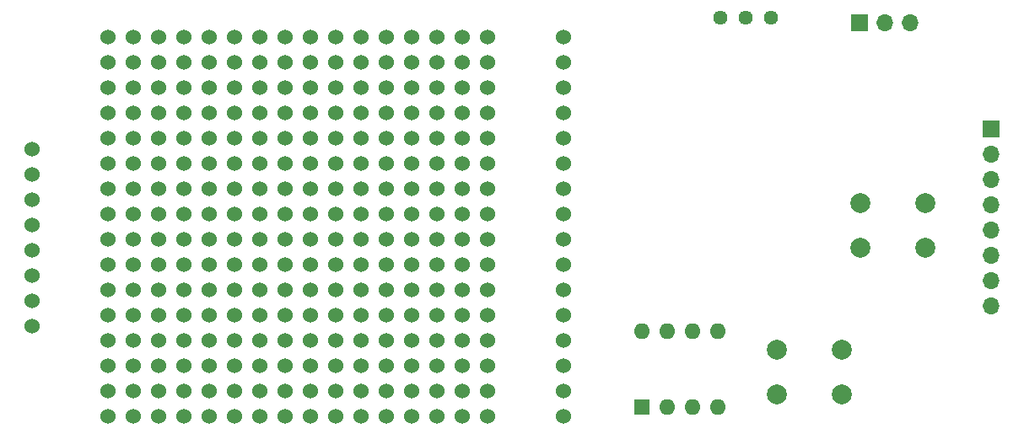
<source format=gbr>
%TF.GenerationSoftware,KiCad,Pcbnew,(5.1.10-1-10_14)*%
%TF.CreationDate,2021-11-01T23:58:36-04:00*%
%TF.ProjectId,DIODE-prototype-board,44494f44-452d-4707-926f-746f74797065,rev?*%
%TF.SameCoordinates,Original*%
%TF.FileFunction,Soldermask,Bot*%
%TF.FilePolarity,Negative*%
%FSLAX46Y46*%
G04 Gerber Fmt 4.6, Leading zero omitted, Abs format (unit mm)*
G04 Created by KiCad (PCBNEW (5.1.10-1-10_14)) date 2021-11-01 23:58:36*
%MOMM*%
%LPD*%
G01*
G04 APERTURE LIST*
%ADD10O,1.700000X1.700000*%
%ADD11R,1.700000X1.700000*%
%ADD12C,1.440000*%
%ADD13C,2.000000*%
%ADD14O,1.600000X1.600000*%
%ADD15R,1.600000X1.600000*%
%ADD16C,1.524000*%
G04 APERTURE END LIST*
D10*
%TO.C,J1*%
X163068000Y-158242000D03*
X163068000Y-155702000D03*
X163068000Y-153162000D03*
X163068000Y-150622000D03*
X163068000Y-148082000D03*
X163068000Y-145542000D03*
X163068000Y-143002000D03*
D11*
X163068000Y-140462000D03*
%TD*%
D12*
%TO.C,RV2*%
X135890000Y-129286000D03*
X138430000Y-129286000D03*
X140970000Y-129286000D03*
%TD*%
D13*
%TO.C,SW4*%
X141582000Y-167132000D03*
X141582000Y-162632000D03*
X148082000Y-167132000D03*
X148082000Y-162632000D03*
%TD*%
%TO.C,SW2*%
X156464000Y-147900000D03*
X156464000Y-152400000D03*
X149964000Y-147900000D03*
X149964000Y-152400000D03*
%TD*%
D14*
%TO.C,SW3*%
X128016000Y-160782000D03*
X135636000Y-168402000D03*
X130556000Y-160782000D03*
X133096000Y-168402000D03*
X133096000Y-160782000D03*
X130556000Y-168402000D03*
X135636000Y-160782000D03*
D15*
X128016000Y-168402000D03*
%TD*%
D10*
%TO.C,SW1*%
X154940000Y-129794000D03*
X152400000Y-129794000D03*
D11*
X149860000Y-129794000D03*
%TD*%
D16*
%TO.C,U1*%
X112522000Y-159174000D03*
X112522000Y-141394000D03*
X112522000Y-169334000D03*
X112522000Y-154094000D03*
X112522000Y-138854000D03*
X112522000Y-151554000D03*
X112522000Y-131234000D03*
X112522000Y-166794000D03*
X112522000Y-136314000D03*
X112522000Y-161714000D03*
X112522000Y-146474000D03*
X112522000Y-149014000D03*
X112522000Y-143934000D03*
X112522000Y-156634000D03*
X112522000Y-164254000D03*
X112522000Y-133774000D03*
X120142000Y-169334000D03*
X120142000Y-161714000D03*
X120142000Y-166794000D03*
X120142000Y-164254000D03*
X120142000Y-156634000D03*
X120142000Y-151554000D03*
X120142000Y-159174000D03*
X120142000Y-154094000D03*
X120142000Y-149014000D03*
X120142000Y-146474000D03*
X120142000Y-143934000D03*
X120142000Y-141394000D03*
X120142000Y-138854000D03*
X120142000Y-136314000D03*
X120142000Y-133774000D03*
X120142000Y-131234000D03*
X66802000Y-142494000D03*
X66802000Y-145034000D03*
X66802000Y-147574000D03*
X66802000Y-150114000D03*
X66802000Y-152654000D03*
X66802000Y-155194000D03*
X66802000Y-157734000D03*
X66802000Y-160274000D03*
X107442000Y-143934000D03*
X107442000Y-156634000D03*
X107442000Y-164254000D03*
X107442000Y-133774000D03*
X107442000Y-166794000D03*
X107442000Y-136314000D03*
X107442000Y-161714000D03*
X107442000Y-146474000D03*
X107442000Y-149014000D03*
X107442000Y-159174000D03*
X107442000Y-141394000D03*
X107442000Y-169334000D03*
X107442000Y-154094000D03*
X107442000Y-138854000D03*
X107442000Y-151554000D03*
X107442000Y-131234000D03*
X102362000Y-143934000D03*
X102362000Y-156634000D03*
X102362000Y-164254000D03*
X102362000Y-133774000D03*
X102362000Y-166794000D03*
X102362000Y-136314000D03*
X102362000Y-161714000D03*
X102362000Y-146474000D03*
X102362000Y-149014000D03*
X102362000Y-159174000D03*
X102362000Y-141394000D03*
X102362000Y-169334000D03*
X102362000Y-154094000D03*
X102362000Y-138854000D03*
X102362000Y-151554000D03*
X102362000Y-131234000D03*
X97282000Y-143934000D03*
X97282000Y-156634000D03*
X97282000Y-164254000D03*
X97282000Y-133774000D03*
X97282000Y-166794000D03*
X97282000Y-136314000D03*
X97282000Y-161714000D03*
X97282000Y-146474000D03*
X97282000Y-149014000D03*
X97282000Y-159174000D03*
X97282000Y-141394000D03*
X97282000Y-169334000D03*
X97282000Y-154094000D03*
X97282000Y-138854000D03*
X97282000Y-151554000D03*
X97282000Y-131234000D03*
X92202000Y-156634000D03*
X92202000Y-164254000D03*
X92202000Y-133774000D03*
X92202000Y-166794000D03*
X92202000Y-136314000D03*
X92202000Y-161714000D03*
X92202000Y-146474000D03*
X92202000Y-149014000D03*
X92202000Y-159174000D03*
X92202000Y-141394000D03*
X92202000Y-169334000D03*
X92202000Y-154094000D03*
X92202000Y-138854000D03*
X92202000Y-151554000D03*
X92202000Y-131234000D03*
X92202000Y-143934000D03*
X87122000Y-136314000D03*
X87122000Y-154094000D03*
X87122000Y-149014000D03*
X87122000Y-138854000D03*
X87122000Y-131234000D03*
X87122000Y-143934000D03*
X87122000Y-169334000D03*
X87122000Y-141394000D03*
X87122000Y-164254000D03*
X87122000Y-146474000D03*
X87122000Y-151554000D03*
X87122000Y-133774000D03*
X87122000Y-159174000D03*
X87122000Y-166794000D03*
X87122000Y-161714000D03*
X87122000Y-156634000D03*
X82042000Y-149014000D03*
X82042000Y-141394000D03*
X82042000Y-146474000D03*
X82042000Y-143934000D03*
X82042000Y-136314000D03*
X82042000Y-131234000D03*
X82042000Y-138854000D03*
X82042000Y-154094000D03*
X82042000Y-133774000D03*
X82042000Y-169334000D03*
X82042000Y-161714000D03*
X82042000Y-166794000D03*
X82042000Y-164254000D03*
X82042000Y-156634000D03*
X82042000Y-151554000D03*
X82042000Y-159174000D03*
X89662000Y-156634000D03*
X74422000Y-156634000D03*
X79502000Y-154094000D03*
X84582000Y-169334000D03*
X94742000Y-169334000D03*
X99822000Y-169334000D03*
X109982000Y-169334000D03*
X89662000Y-169334000D03*
X104902000Y-169334000D03*
X74422000Y-169334000D03*
X76962000Y-169334000D03*
X74422000Y-161714000D03*
X109982000Y-164254000D03*
X84582000Y-164254000D03*
X94742000Y-164254000D03*
X76962000Y-161714000D03*
X79502000Y-166794000D03*
X89662000Y-166794000D03*
X74422000Y-166794000D03*
X76962000Y-166794000D03*
X99822000Y-164254000D03*
X79502000Y-164254000D03*
X89662000Y-164254000D03*
X109982000Y-161714000D03*
X84582000Y-161714000D03*
X94742000Y-161714000D03*
X99822000Y-161714000D03*
X79502000Y-161714000D03*
X84582000Y-166794000D03*
X94742000Y-166794000D03*
X99822000Y-166794000D03*
X89662000Y-161714000D03*
X109982000Y-166794000D03*
X74422000Y-164254000D03*
X76962000Y-164254000D03*
X104902000Y-161714000D03*
X89662000Y-151554000D03*
X84582000Y-151554000D03*
X104902000Y-166794000D03*
X94742000Y-154094000D03*
X94742000Y-151554000D03*
X76962000Y-156634000D03*
X79502000Y-151554000D03*
X94742000Y-156634000D03*
X99822000Y-156634000D03*
X104902000Y-156634000D03*
X76962000Y-151554000D03*
X109982000Y-156634000D03*
X74422000Y-151554000D03*
X89662000Y-159174000D03*
X74422000Y-159174000D03*
X76962000Y-159174000D03*
X94742000Y-159174000D03*
X99822000Y-159174000D03*
X104902000Y-159174000D03*
X109982000Y-159174000D03*
X84582000Y-159174000D03*
X104902000Y-151554000D03*
X79502000Y-169334000D03*
X84582000Y-156634000D03*
X109982000Y-151554000D03*
X79502000Y-156634000D03*
X104902000Y-154094000D03*
X99822000Y-154094000D03*
X109982000Y-154094000D03*
X84582000Y-154094000D03*
X76962000Y-154094000D03*
X74422000Y-154094000D03*
X89662000Y-154094000D03*
X99822000Y-151554000D03*
X104902000Y-164254000D03*
X79502000Y-159174000D03*
X79502000Y-149014000D03*
X89662000Y-149014000D03*
X74422000Y-149014000D03*
X76962000Y-149014000D03*
X84582000Y-149014000D03*
X94742000Y-149014000D03*
X99822000Y-149014000D03*
X109982000Y-149014000D03*
X104902000Y-149014000D03*
X109982000Y-146474000D03*
X84582000Y-146474000D03*
X94742000Y-146474000D03*
X99822000Y-146474000D03*
X79502000Y-146474000D03*
X89662000Y-146474000D03*
X74422000Y-146474000D03*
X76962000Y-146474000D03*
X104902000Y-146474000D03*
X74422000Y-143934000D03*
X76962000Y-143934000D03*
X109982000Y-143934000D03*
X84582000Y-143934000D03*
X94742000Y-143934000D03*
X99822000Y-143934000D03*
X79502000Y-143934000D03*
X89662000Y-143934000D03*
X104902000Y-143934000D03*
X89662000Y-141394000D03*
X74422000Y-141394000D03*
X76962000Y-141394000D03*
X94742000Y-141394000D03*
X99822000Y-141394000D03*
X104902000Y-141394000D03*
X109982000Y-141394000D03*
X84582000Y-141394000D03*
X79502000Y-141394000D03*
X89662000Y-138854000D03*
X74422000Y-138854000D03*
X76962000Y-138854000D03*
X94742000Y-138854000D03*
X99822000Y-138854000D03*
X104902000Y-138854000D03*
X109982000Y-138854000D03*
X84582000Y-138854000D03*
X79502000Y-138854000D03*
X79502000Y-136314000D03*
X94742000Y-136314000D03*
X104902000Y-136314000D03*
X99822000Y-136314000D03*
X109982000Y-136314000D03*
X84582000Y-136314000D03*
X76962000Y-136314000D03*
X74422000Y-136314000D03*
X89662000Y-136314000D03*
X89662000Y-133774000D03*
X84582000Y-133774000D03*
X94742000Y-133774000D03*
X79502000Y-133774000D03*
X76962000Y-133774000D03*
X74422000Y-133774000D03*
X104902000Y-133774000D03*
X109982000Y-133774000D03*
X99822000Y-133774000D03*
X109982000Y-131234000D03*
X104902000Y-131234000D03*
X99822000Y-131234000D03*
X94742000Y-131234000D03*
X89662000Y-131234000D03*
X84582000Y-131234000D03*
X79502000Y-131234000D03*
X76962000Y-131234000D03*
X74422000Y-131234000D03*
%TD*%
M02*

</source>
